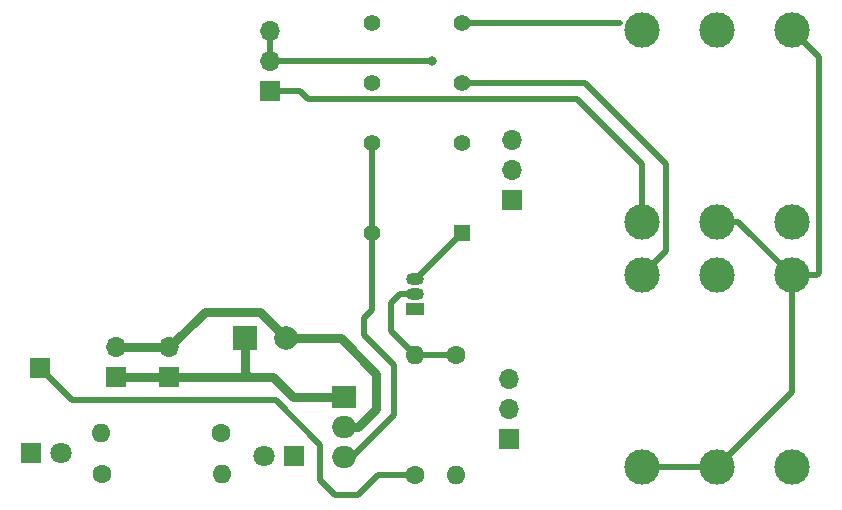
<source format=gbr>
%TF.GenerationSoftware,KiCad,Pcbnew,7.0.9*%
%TF.CreationDate,2023-12-28T12:30:11-05:00*%
%TF.ProjectId,IO,494f2e6b-6963-4616-945f-706362585858,rev?*%
%TF.SameCoordinates,Original*%
%TF.FileFunction,Copper,L1,Top*%
%TF.FilePolarity,Positive*%
%FSLAX46Y46*%
G04 Gerber Fmt 4.6, Leading zero omitted, Abs format (unit mm)*
G04 Created by KiCad (PCBNEW 7.0.9) date 2023-12-28 12:30:11*
%MOMM*%
%LPD*%
G01*
G04 APERTURE LIST*
%TA.AperFunction,ComponentPad*%
%ADD10C,3.000000*%
%TD*%
%TA.AperFunction,ComponentPad*%
%ADD11C,1.600000*%
%TD*%
%TA.AperFunction,ComponentPad*%
%ADD12O,1.600000X1.600000*%
%TD*%
%TA.AperFunction,ComponentPad*%
%ADD13R,1.500000X1.050000*%
%TD*%
%TA.AperFunction,ComponentPad*%
%ADD14O,1.500000X1.050000*%
%TD*%
%TA.AperFunction,ComponentPad*%
%ADD15R,1.800000X1.800000*%
%TD*%
%TA.AperFunction,ComponentPad*%
%ADD16C,1.800000*%
%TD*%
%TA.AperFunction,ComponentPad*%
%ADD17R,1.700000X1.700000*%
%TD*%
%TA.AperFunction,ComponentPad*%
%ADD18O,1.700000X1.700000*%
%TD*%
%TA.AperFunction,ComponentPad*%
%ADD19R,1.400000X1.400000*%
%TD*%
%TA.AperFunction,ComponentPad*%
%ADD20C,1.400000*%
%TD*%
%TA.AperFunction,ComponentPad*%
%ADD21R,2.000000X2.000000*%
%TD*%
%TA.AperFunction,ComponentPad*%
%ADD22C,2.000000*%
%TD*%
%TA.AperFunction,ComponentPad*%
%ADD23R,2.000000X1.905000*%
%TD*%
%TA.AperFunction,ComponentPad*%
%ADD24O,2.000000X1.905000*%
%TD*%
%TA.AperFunction,ViaPad*%
%ADD25C,0.800000*%
%TD*%
%TA.AperFunction,Conductor*%
%ADD26C,0.500000*%
%TD*%
%TA.AperFunction,Conductor*%
%ADD27C,0.750000*%
%TD*%
G04 APERTURE END LIST*
D10*
%TO.P,B1,R*%
%TO.N,Net-(Out3-Pin_2)*%
X175825000Y-80385000D03*
%TO.P,B1,RN*%
%TO.N,/Signal_Gnd*%
X175825000Y-96615000D03*
%TO.P,B1,S*%
X182175000Y-80385000D03*
%TO.P,B1,SN*%
%TO.N,unconnected-(B1-PadSN)*%
X182175000Y-96615000D03*
%TO.P,B1,T*%
%TO.N,/B*%
X169475000Y-80385000D03*
%TO.P,B1,TN*%
%TO.N,/Signal_Gnd*%
X169475000Y-96615000D03*
%TD*%
D11*
%TO.P,R7,1*%
%TO.N,Net-(QL1-G)*%
X153750000Y-107920000D03*
D12*
%TO.P,R7,2*%
%TO.N,/Ctrl_GND*%
X153750000Y-118080000D03*
%TD*%
D13*
%TO.P,QL1,1,S*%
%TO.N,/Ctrl_GND*%
X150250000Y-104040000D03*
D14*
%TO.P,QL1,2,G*%
%TO.N,Net-(QL1-G)*%
X150250000Y-102770000D03*
%TO.P,QL1,3,D*%
%TO.N,Net-(QL1-D)*%
X150250000Y-101500000D03*
%TD*%
D15*
%TO.P,LEDB1,1,K*%
%TO.N,/Ctrl_GND*%
X117750000Y-116250000D03*
D16*
%TO.P,LEDB1,2,A*%
%TO.N,Net-(LEDB1-A)*%
X120290000Y-116250000D03*
%TD*%
D17*
%TO.P,Out3,1,Pin_1*%
%TO.N,/Signal_Gnd*%
X158500000Y-94750000D03*
D18*
%TO.P,Out3,2,Pin_2*%
%TO.N,Net-(Out3-Pin_2)*%
X158500000Y-92210000D03*
%TO.P,Out3,3,Pin_3*%
%TO.N,/B*%
X158500000Y-89670000D03*
%TD*%
D17*
%TO.P,J3,1,Pin_1*%
%TO.N,/9V*%
X125000000Y-109775000D03*
D18*
%TO.P,J3,2,Pin_2*%
%TO.N,/Ctrl_GND*%
X125000000Y-107235000D03*
%TD*%
D11*
%TO.P,RLed2,1*%
%TO.N,Net-(Left/Mono1-Pad11)*%
X123750000Y-118000000D03*
D12*
%TO.P,RLed2,2*%
%TO.N,Net-(D2-A)*%
X133910000Y-118000000D03*
%TD*%
D10*
%TO.P,A1,R*%
%TO.N,Net-(Out2-Pin_2)*%
X175825000Y-101135000D03*
%TO.P,A1,RN*%
%TO.N,/Signal_Gnd*%
X175825000Y-117365000D03*
%TO.P,A1,S*%
X182175000Y-101135000D03*
%TO.P,A1,SN*%
%TO.N,unconnected-(A1-PadSN)*%
X182175000Y-117365000D03*
%TO.P,A1,T*%
%TO.N,/A*%
X169475000Y-101135000D03*
%TO.P,A1,TN*%
%TO.N,/Signal_Gnd*%
X169475000Y-117365000D03*
%TD*%
D17*
%TO.P,Out2,1,Pin_1*%
%TO.N,/Signal_Gnd*%
X158250000Y-115040000D03*
D18*
%TO.P,Out2,2,Pin_2*%
%TO.N,Net-(Out2-Pin_2)*%
X158250000Y-112500000D03*
%TO.P,Out2,3,Pin_3*%
%TO.N,/A*%
X158250000Y-109960000D03*
%TD*%
D11*
%TO.P,RLed1,1*%
%TO.N,Net-(Left/Mono1-Pad9)*%
X133830000Y-114500000D03*
D12*
%TO.P,RLed1,2*%
%TO.N,Net-(LEDB1-A)*%
X123670000Y-114500000D03*
%TD*%
D19*
%TO.P,Left/Mono1,1*%
%TO.N,Net-(QL1-D)*%
X154262500Y-97607500D03*
D20*
%TO.P,Left/Mono1,4*%
%TO.N,/L_out*%
X154262500Y-89987500D03*
%TO.P,Left/Mono1,6*%
%TO.N,/A*%
X154262500Y-84907500D03*
%TO.P,Left/Mono1,8*%
%TO.N,/B*%
X154262500Y-79827500D03*
%TO.P,Left/Mono1,9*%
%TO.N,Net-(Left/Mono1-Pad9)*%
X146642500Y-79827500D03*
%TO.P,Left/Mono1,11*%
%TO.N,Net-(Left/Mono1-Pad11)*%
X146642500Y-84907500D03*
%TO.P,Left/Mono1,13*%
%TO.N,/5V*%
X146642500Y-89987500D03*
%TO.P,Left/Mono1,16*%
X146642500Y-97607500D03*
%TD*%
D21*
%TO.P,C1,1*%
%TO.N,/9V*%
X135882323Y-106500000D03*
D22*
%TO.P,C1,2*%
%TO.N,/Ctrl_GND*%
X139382323Y-106500000D03*
%TD*%
D23*
%TO.P,U1,1,IN*%
%TO.N,/9V*%
X144305000Y-111460000D03*
D24*
%TO.P,U1,2,GND*%
%TO.N,/Ctrl_GND*%
X144305000Y-114000000D03*
%TO.P,U1,3,OUT*%
%TO.N,/5V*%
X144305000Y-116540000D03*
%TD*%
D17*
%TO.P,J1,1,Pin_1*%
%TO.N,/Control*%
X118500000Y-109025000D03*
%TD*%
D11*
%TO.P,R6,1*%
%TO.N,/Control*%
X150250000Y-118080000D03*
D12*
%TO.P,R6,2*%
%TO.N,Net-(QL1-G)*%
X150250000Y-107920000D03*
%TD*%
D15*
%TO.P,D2,1,K*%
%TO.N,/Ctrl_GND*%
X140040000Y-116500000D03*
D16*
%TO.P,D2,2,A*%
%TO.N,Net-(D2-A)*%
X137500000Y-116500000D03*
%TD*%
D17*
%TO.P,J2,1,Pin_1*%
%TO.N,/9V*%
X129500000Y-109775000D03*
D18*
%TO.P,J2,2,Pin_2*%
%TO.N,/Ctrl_GND*%
X129500000Y-107235000D03*
%TD*%
D17*
%TO.P,Out1,1,Pin_1*%
%TO.N,/Signal_Gnd*%
X138000000Y-85525000D03*
D18*
%TO.P,Out1,2,Pin_2*%
%TO.N,/L_out*%
X138000000Y-82985000D03*
%TO.P,Out1,3,Pin_3*%
X138000000Y-80445000D03*
%TD*%
D25*
%TO.N,/L_out*%
X151750000Y-83000000D03*
%TD*%
D26*
%TO.N,/Control*%
X138500000Y-111750000D02*
X142250000Y-115500000D01*
X145499961Y-119756049D02*
X147176010Y-118080000D01*
X142250000Y-118500000D02*
X143506364Y-119756364D01*
X147176010Y-118080000D02*
X150250000Y-118080000D01*
X142250000Y-115500000D02*
X142250000Y-118500000D01*
X121225000Y-111750000D02*
X138500000Y-111750000D01*
X143506364Y-119756364D02*
X145499961Y-119756049D01*
X118500000Y-109025000D02*
X121225000Y-111750000D01*
D27*
%TO.N,/9V*%
X139960000Y-111460000D02*
X144305000Y-111460000D01*
X129500000Y-109775000D02*
X136250000Y-109775000D01*
X136250000Y-109775000D02*
X138275000Y-109775000D01*
X135882323Y-109407323D02*
X136250000Y-109775000D01*
X135882323Y-106500000D02*
X135882323Y-109407323D01*
X125000000Y-109775000D02*
X129500000Y-109775000D01*
X138275000Y-109775000D02*
X139960000Y-111460000D01*
%TO.N,/Ctrl_GND*%
X129500000Y-107235000D02*
X132485000Y-104250000D01*
X139382323Y-106500000D02*
X144000000Y-106500000D01*
X125000000Y-107235000D02*
X129500000Y-107235000D01*
X132485000Y-104250000D02*
X137132323Y-104250000D01*
X137132323Y-104250000D02*
X139382323Y-106500000D01*
X147000000Y-112500000D02*
X145500000Y-114000000D01*
X145500000Y-114000000D02*
X144305000Y-114000000D01*
X147000000Y-109500000D02*
X147000000Y-112500000D01*
X144000000Y-106500000D02*
X147000000Y-109500000D01*
D26*
%TO.N,/A*%
X164657500Y-84907500D02*
X154262500Y-84907500D01*
X169475000Y-101135000D02*
X171500000Y-99110000D01*
X171500000Y-91750000D02*
X164657500Y-84907500D01*
X171500000Y-99110000D02*
X171500000Y-91750000D01*
%TO.N,/Signal_Gnd*%
X177655000Y-96615000D02*
X175825000Y-96615000D01*
X182175000Y-111015000D02*
X175825000Y-117365000D01*
X169475000Y-96615000D02*
X169475000Y-91725000D01*
X184500000Y-82710000D02*
X184500000Y-101000000D01*
X184500000Y-101000000D02*
X184365000Y-101135000D01*
X164000000Y-86250000D02*
X141250000Y-86250000D01*
X182175000Y-80385000D02*
X184500000Y-82710000D01*
X169475000Y-91725000D02*
X164000000Y-86250000D01*
X140525000Y-85525000D02*
X138000000Y-85525000D01*
X182175000Y-101135000D02*
X182175000Y-111015000D01*
X141250000Y-86250000D02*
X140525000Y-85525000D01*
X184365000Y-101135000D02*
X182175000Y-101135000D01*
X175825000Y-117365000D02*
X169475000Y-117365000D01*
X182175000Y-101135000D02*
X177655000Y-96615000D01*
%TO.N,/B*%
X154262500Y-79827500D02*
X167667500Y-79827500D01*
X168917500Y-79827500D02*
X169475000Y-80385000D01*
%TO.N,/5V*%
X144305000Y-116540000D02*
X144960000Y-116540000D01*
X146000000Y-106250000D02*
X146000000Y-104750000D01*
X148500000Y-113000000D02*
X148500000Y-108750000D01*
X146000000Y-104750000D02*
X146642500Y-104107500D01*
X144960000Y-116540000D02*
X148500000Y-113000000D01*
X146642500Y-104107500D02*
X146642500Y-97607500D01*
X146642500Y-97607500D02*
X146642500Y-89987500D01*
X148500000Y-108750000D02*
X146000000Y-106250000D01*
%TO.N,/L_out*%
X138000000Y-80445000D02*
X138000000Y-82985000D01*
X138000000Y-82985000D02*
X151735000Y-82985000D01*
X151735000Y-82985000D02*
X151750000Y-83000000D01*
%TO.N,Net-(QL1-D)*%
X150250000Y-101500000D02*
X150370000Y-101500000D01*
X150370000Y-101500000D02*
X154262500Y-97607500D01*
%TO.N,Net-(QL1-G)*%
X148250000Y-103520000D02*
X149000000Y-102770000D01*
X148250000Y-105920000D02*
X148250000Y-103520000D01*
X153750000Y-107920000D02*
X150250000Y-107920000D01*
X150250000Y-107920000D02*
X148250000Y-105920000D01*
X149000000Y-102770000D02*
X150250000Y-102770000D01*
%TD*%
M02*

</source>
